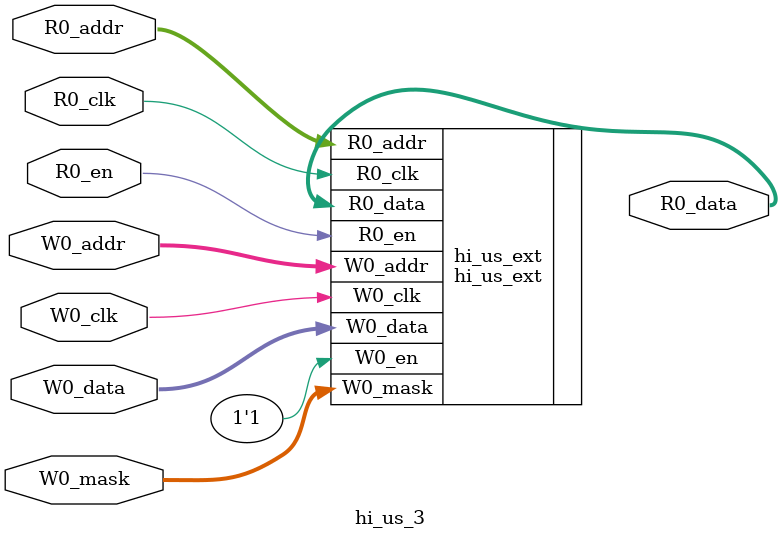
<source format=sv>
`ifndef RANDOMIZE
  `ifdef RANDOMIZE_REG_INIT
    `define RANDOMIZE
  `endif // RANDOMIZE_REG_INIT
`endif // not def RANDOMIZE
`ifndef RANDOMIZE
  `ifdef RANDOMIZE_MEM_INIT
    `define RANDOMIZE
  `endif // RANDOMIZE_MEM_INIT
`endif // not def RANDOMIZE

`ifndef RANDOM
  `define RANDOM $random
`endif // not def RANDOM

// Users can define 'PRINTF_COND' to add an extra gate to prints.
`ifndef PRINTF_COND_
  `ifdef PRINTF_COND
    `define PRINTF_COND_ (`PRINTF_COND)
  `else  // PRINTF_COND
    `define PRINTF_COND_ 1
  `endif // PRINTF_COND
`endif // not def PRINTF_COND_

// Users can define 'ASSERT_VERBOSE_COND' to add an extra gate to assert error printing.
`ifndef ASSERT_VERBOSE_COND_
  `ifdef ASSERT_VERBOSE_COND
    `define ASSERT_VERBOSE_COND_ (`ASSERT_VERBOSE_COND)
  `else  // ASSERT_VERBOSE_COND
    `define ASSERT_VERBOSE_COND_ 1
  `endif // ASSERT_VERBOSE_COND
`endif // not def ASSERT_VERBOSE_COND_

// Users can define 'STOP_COND' to add an extra gate to stop conditions.
`ifndef STOP_COND_
  `ifdef STOP_COND
    `define STOP_COND_ (`STOP_COND)
  `else  // STOP_COND
    `define STOP_COND_ 1
  `endif // STOP_COND
`endif // not def STOP_COND_

// Users can define INIT_RANDOM as general code that gets injected into the
// initializer block for modules with registers.
`ifndef INIT_RANDOM
  `define INIT_RANDOM
`endif // not def INIT_RANDOM

// If using random initialization, you can also define RANDOMIZE_DELAY to
// customize the delay used, otherwise 0.002 is used.
`ifndef RANDOMIZE_DELAY
  `define RANDOMIZE_DELAY 0.002
`endif // not def RANDOMIZE_DELAY

// Define INIT_RANDOM_PROLOG_ for use in our modules below.
`ifndef INIT_RANDOM_PROLOG_
  `ifdef RANDOMIZE
    `ifdef VERILATOR
      `define INIT_RANDOM_PROLOG_ `INIT_RANDOM
    `else  // VERILATOR
      `define INIT_RANDOM_PROLOG_ `INIT_RANDOM #`RANDOMIZE_DELAY begin end
    `endif // VERILATOR
  `else  // RANDOMIZE
    `define INIT_RANDOM_PROLOG_
  `endif // RANDOMIZE
`endif // not def INIT_RANDOM_PROLOG_

module hi_us_3(	// @[tage.scala:89:27]
  input  [6:0] R0_addr,
  input        R0_en,
               R0_clk,
  input  [6:0] W0_addr,
  input        W0_clk,
  input  [3:0] W0_data,
               W0_mask,
  output [3:0] R0_data
);

  hi_us_ext hi_us_ext (	// @[tage.scala:89:27]
    .R0_addr (R0_addr),
    .R0_en   (R0_en),
    .R0_clk  (R0_clk),
    .W0_addr (W0_addr),
    .W0_en   (1'h1),
    .W0_clk  (W0_clk),
    .W0_data (W0_data),
    .W0_mask (W0_mask),
    .R0_data (R0_data)
  );
endmodule


</source>
